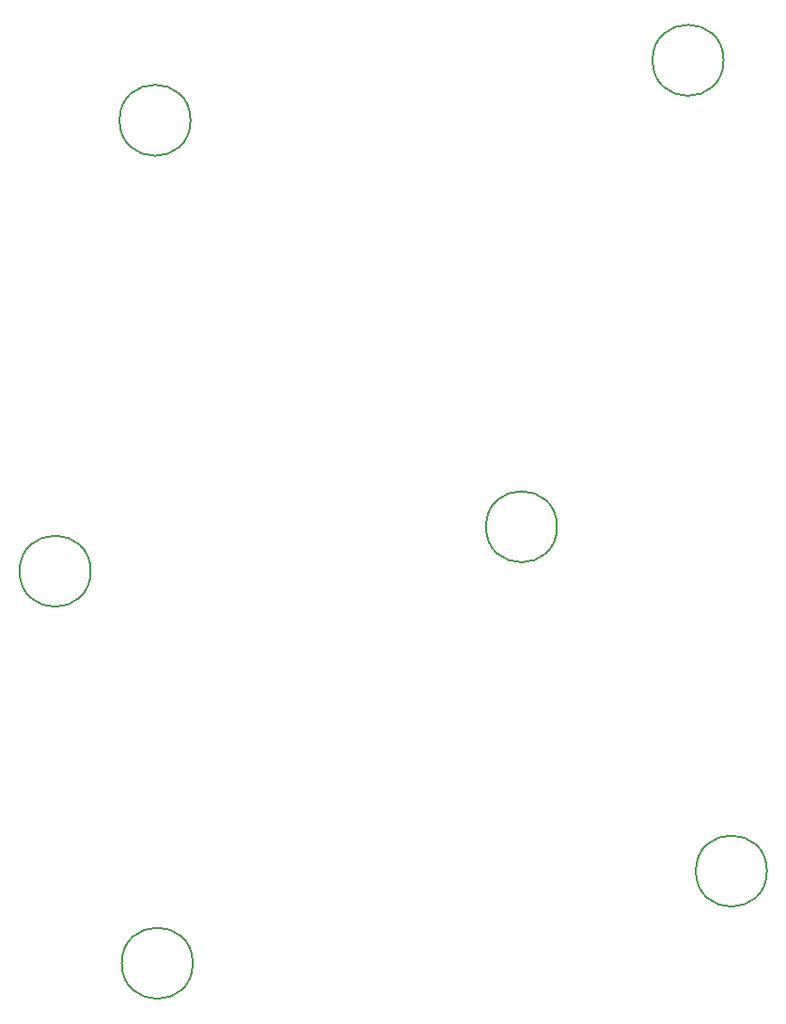
<source format=gbr>
G04 #@! TF.FileFunction,Other,Comment*
%FSLAX46Y46*%
G04 Gerber Fmt 4.6, Leading zero omitted, Abs format (unit mm)*
G04 Created by KiCad (PCBNEW 4.0.6) date 06/05/17 03:56:48*
%MOMM*%
%LPD*%
G01*
G04 APERTURE LIST*
%ADD10C,0.100000*%
%ADD11C,0.150000*%
G04 APERTURE END LIST*
D10*
D11*
X103200000Y-105000000D02*
G75*
G03X103200000Y-105000000I-3200000J0D01*
G01*
X164100000Y-132000000D02*
G75*
G03X164100000Y-132000000I-3200000J0D01*
G01*
X112400000Y-140300000D02*
G75*
G03X112400000Y-140300000I-3200000J0D01*
G01*
X145200000Y-101000000D02*
G75*
G03X145200000Y-101000000I-3200000J0D01*
G01*
X160200000Y-59000000D02*
G75*
G03X160200000Y-59000000I-3200000J0D01*
G01*
X112200000Y-64400000D02*
G75*
G03X112200000Y-64400000I-3200000J0D01*
G01*
M02*

</source>
